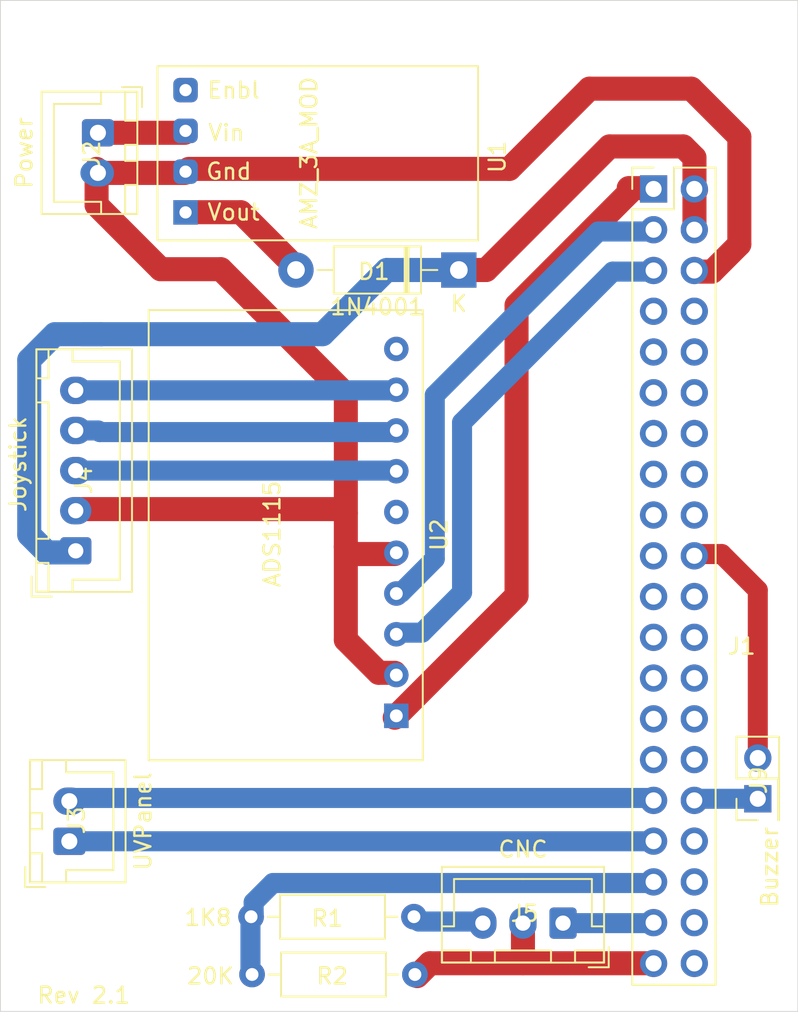
<source format=kicad_pcb>
(kicad_pcb (version 20171130) (host pcbnew "(5.1.8-0-10_14)")

  (general
    (thickness 1.6)
    (drawings 5)
    (tracks 126)
    (zones 0)
    (modules 11)
    (nets 41)
  )

  (page USLetter portrait)
  (layers
    (0 F.Cu signal)
    (1 In1.Cu power hide)
    (2 In2.Cu power hide)
    (31 B.Cu power)
    (32 B.Adhes user hide)
    (33 F.Adhes user hide)
    (34 B.Paste user hide)
    (35 F.Paste user hide)
    (36 B.SilkS user hide)
    (37 F.SilkS user)
    (38 B.Mask user hide)
    (39 F.Mask user hide)
    (40 Dwgs.User user hide)
    (41 Cmts.User user hide)
    (42 Eco1.User user hide)
    (43 Eco2.User user hide)
    (44 Edge.Cuts user)
    (45 Margin user hide)
    (46 B.CrtYd user hide)
    (47 F.CrtYd user hide)
    (48 B.Fab user hide)
    (49 F.Fab user hide)
  )

  (setup
    (last_trace_width 1.25)
    (user_trace_width 0.5)
    (user_trace_width 1)
    (user_trace_width 1.5)
    (user_trace_width 2)
    (trace_clearance 0.25)
    (zone_clearance 0.508)
    (zone_45_only no)
    (trace_min 0.2)
    (via_size 0.8)
    (via_drill 0.4)
    (via_min_size 0.4)
    (via_min_drill 0.3)
    (uvia_size 0.3)
    (uvia_drill 0.1)
    (uvias_allowed no)
    (uvia_min_size 0.2)
    (uvia_min_drill 0.1)
    (edge_width 0.05)
    (segment_width 0.2)
    (pcb_text_width 0.3)
    (pcb_text_size 1.5 1.5)
    (mod_edge_width 0.12)
    (mod_text_size 1 1)
    (mod_text_width 0.15)
    (pad_size 1.7 1.7)
    (pad_drill 1)
    (pad_to_mask_clearance 0)
    (aux_axis_origin 10.16 72.136)
    (grid_origin 10.16 72.136)
    (visible_elements FFFEF97F)
    (pcbplotparams
      (layerselection 0x010f0_fffffff9)
      (usegerberextensions false)
      (usegerberattributes true)
      (usegerberadvancedattributes true)
      (creategerberjobfile true)
      (excludeedgelayer true)
      (linewidth 0.100000)
      (plotframeref false)
      (viasonmask false)
      (mode 1)
      (useauxorigin true)
      (hpglpennumber 1)
      (hpglpenspeed 20)
      (hpglpendiameter 15.000000)
      (psnegative false)
      (psa4output false)
      (plotreference true)
      (plotvalue true)
      (plotinvisibletext false)
      (padsonsilk false)
      (subtractmaskfromsilk false)
      (outputformat 1)
      (mirror false)
      (drillshape 0)
      (scaleselection 1)
      (outputdirectory "../gbr/"))
  )

  (net 0 "")
  (net 1 GND)
  (net 2 +5V)
  (net 3 "Net-(J1-Pad40)")
  (net 4 "Net-(J1-Pad38)")
  (net 5 "Net-(J1-Pad36)")
  (net 6 "Net-(J1-Pad28)")
  (net 7 "Net-(J1-Pad27)")
  (net 8 "Net-(J1-Pad26)")
  (net 9 "Net-(J1-Pad24)")
  (net 10 "Net-(J1-Pad22)")
  (net 11 "Net-(J1-Pad18)")
  (net 12 "Net-(J1-Pad16)")
  (net 13 "Net-(J1-Pad12)")
  (net 14 "Net-(J1-Pad10)")
  (net 15 "Net-(J1-Pad7)")
  (net 16 "Net-(D1-Pad2)")
  (net 17 "Net-(U1-Pad4)")
  (net 18 +3V3)
  (net 19 LaserControl)
  (net 20 ZProbe3V3)
  (net 21 SCL)
  (net 22 SDA)
  (net 23 +24V)
  (net 24 ZProbeIn)
  (net 25 Buzzer)
  (net 26 JOYSTICK_SW)
  (net 27 JOYSTICK_Y)
  (net 28 JOYSTICK_X)
  (net 29 "Net-(U2-Pad10)")
  (net 30 "Net-(U2-Pad6)")
  (net 31 "Net-(J1-Pad29)")
  (net 32 "Net-(J1-Pad23)")
  (net 33 "Net-(J1-Pad21)")
  (net 34 "Net-(J1-Pad19)")
  (net 35 "Net-(J1-Pad15)")
  (net 36 "Net-(J1-Pad13)")
  (net 37 "Net-(J1-Pad11)")
  (net 38 UVSafe)
  (net 39 UVExpose)
  (net 40 "Net-(J1-Pad8)")

  (net_class Default "This is the default net class."
    (clearance 0.25)
    (trace_width 1.25)
    (via_dia 0.8)
    (via_drill 0.4)
    (uvia_dia 0.3)
    (uvia_drill 0.1)
    (add_net +24V)
    (add_net +3V3)
    (add_net +5V)
    (add_net Buzzer)
    (add_net GND)
    (add_net JOYSTICK_SW)
    (add_net JOYSTICK_X)
    (add_net JOYSTICK_Y)
    (add_net LaserControl)
    (add_net "Net-(D1-Pad2)")
    (add_net "Net-(J1-Pad10)")
    (add_net "Net-(J1-Pad11)")
    (add_net "Net-(J1-Pad12)")
    (add_net "Net-(J1-Pad13)")
    (add_net "Net-(J1-Pad15)")
    (add_net "Net-(J1-Pad16)")
    (add_net "Net-(J1-Pad18)")
    (add_net "Net-(J1-Pad19)")
    (add_net "Net-(J1-Pad21)")
    (add_net "Net-(J1-Pad22)")
    (add_net "Net-(J1-Pad23)")
    (add_net "Net-(J1-Pad24)")
    (add_net "Net-(J1-Pad26)")
    (add_net "Net-(J1-Pad27)")
    (add_net "Net-(J1-Pad28)")
    (add_net "Net-(J1-Pad29)")
    (add_net "Net-(J1-Pad36)")
    (add_net "Net-(J1-Pad38)")
    (add_net "Net-(J1-Pad40)")
    (add_net "Net-(J1-Pad7)")
    (add_net "Net-(J1-Pad8)")
    (add_net "Net-(U1-Pad4)")
    (add_net "Net-(U2-Pad10)")
    (add_net "Net-(U2-Pad6)")
    (add_net SCL)
    (add_net SDA)
    (add_net UVExpose)
    (add_net UVSafe)
    (add_net ZProbe3V3)
    (add_net ZProbeIn)
  )

  (net_class Power12 ""
    (clearance 0.25)
    (trace_width 2)
    (via_dia 0.8)
    (via_drill 0.4)
    (uvia_dia 0.3)
    (uvia_drill 0.1)
  )

  (net_class Power5 ""
    (clearance 0.25)
    (trace_width 1.25)
    (via_dia 0.8)
    (via_drill 0.4)
    (uvia_dia 0.3)
    (uvia_drill 0.1)
  )

  (module jkoz_custom:Adafruit_ADS1115_Module (layer F.Cu) (tedit 60A3D220) (tstamp 614A5A5C)
    (at 35.26 42.436 90)
    (path /614AA4F0)
    (fp_text reference U2 (at 0 2.262 90) (layer F.SilkS)
      (effects (font (size 1 1) (thickness 0.15)))
    )
    (fp_text value ADS1115 (at 0.05 -8.15 90) (layer F.SilkS)
      (effects (font (size 1 1) (thickness 0.15)))
    )
    (fp_line (start -14.05 1.25) (end -14.05 -15.85) (layer F.SilkS) (width 0.12))
    (fp_line (start 14 -15.85) (end -14.042 -15.85) (layer F.SilkS) (width 0.12))
    (fp_line (start 14 1.25) (end 14 -15.85) (layer F.SilkS) (width 0.12))
    (fp_line (start 14 1.25) (end -14.042 1.25) (layer F.SilkS) (width 0.12))
    (pad 10 thru_hole circle (at 11.58 -0.4 90) (size 1.524 1.524) (drill 0.8) (layers *.Cu *.Mask)
      (net 29 "Net-(U2-Pad10)"))
    (pad 9 thru_hole circle (at 9.04 -0.4 90) (size 1.524 1.524) (drill 0.8) (layers *.Cu *.Mask)
      (net 26 JOYSTICK_SW))
    (pad 8 thru_hole circle (at 6.5 -0.4 90) (size 1.524 1.524) (drill 0.8) (layers *.Cu *.Mask)
      (net 27 JOYSTICK_Y))
    (pad 7 thru_hole circle (at 3.96 -0.4 90) (size 1.524 1.524) (drill 0.8) (layers *.Cu *.Mask)
      (net 28 JOYSTICK_X))
    (pad 6 thru_hole circle (at 1.42 -0.4 90) (size 1.524 1.524) (drill 0.8) (layers *.Cu *.Mask)
      (net 30 "Net-(U2-Pad6)"))
    (pad 5 thru_hole circle (at -1.12 -0.4 90) (size 1.524 1.524) (drill 0.8) (layers *.Cu *.Mask)
      (net 1 GND))
    (pad 4 thru_hole circle (at -3.66 -0.4 90) (size 1.524 1.524) (drill 0.8) (layers *.Cu *.Mask)
      (net 22 SDA))
    (pad 3 thru_hole circle (at -6.2 -0.4 90) (size 1.524 1.524) (drill 0.8) (layers *.Cu *.Mask)
      (net 21 SCL))
    (pad 2 thru_hole circle (at -8.74 -0.4 90) (size 1.524 1.524) (drill 0.8) (layers *.Cu *.Mask)
      (net 1 GND))
    (pad 1 thru_hole rect (at -11.28 -0.4 90) (size 1.524 1.524) (drill 0.8) (layers *.Cu *.Mask)
      (net 18 +3V3))
  )

  (module Connector_JST:JST_XH_B5B-XH-A_1x05_P2.50mm_Vertical (layer F.Cu) (tedit 5C28146C) (tstamp 614A631C)
    (at 14.86 43.436 90)
    (descr "JST XH series connector, B5B-XH-A (http://www.jst-mfg.com/product/pdf/eng/eXH.pdf), generated with kicad-footprint-generator")
    (tags "connector JST XH vertical")
    (path /614AB5E4)
    (fp_text reference J4 (at 4.4 0.5 90) (layer F.SilkS)
      (effects (font (size 1 1) (thickness 0.15)))
    )
    (fp_text value Joystick (at 5.4 -3.6 90) (layer F.SilkS)
      (effects (font (size 1 1) (thickness 0.15)))
    )
    (fp_line (start -2.45 -2.35) (end -2.45 3.4) (layer F.Fab) (width 0.1))
    (fp_line (start -2.45 3.4) (end 12.45 3.4) (layer F.Fab) (width 0.1))
    (fp_line (start 12.45 3.4) (end 12.45 -2.35) (layer F.Fab) (width 0.1))
    (fp_line (start 12.45 -2.35) (end -2.45 -2.35) (layer F.Fab) (width 0.1))
    (fp_line (start -2.56 -2.46) (end -2.56 3.51) (layer F.SilkS) (width 0.12))
    (fp_line (start -2.56 3.51) (end 12.56 3.51) (layer F.SilkS) (width 0.12))
    (fp_line (start 12.56 3.51) (end 12.56 -2.46) (layer F.SilkS) (width 0.12))
    (fp_line (start 12.56 -2.46) (end -2.56 -2.46) (layer F.SilkS) (width 0.12))
    (fp_line (start -2.95 -2.85) (end -2.95 3.9) (layer F.CrtYd) (width 0.05))
    (fp_line (start -2.95 3.9) (end 12.95 3.9) (layer F.CrtYd) (width 0.05))
    (fp_line (start 12.95 3.9) (end 12.95 -2.85) (layer F.CrtYd) (width 0.05))
    (fp_line (start 12.95 -2.85) (end -2.95 -2.85) (layer F.CrtYd) (width 0.05))
    (fp_line (start -0.625 -2.35) (end 0 -1.35) (layer F.Fab) (width 0.1))
    (fp_line (start 0 -1.35) (end 0.625 -2.35) (layer F.Fab) (width 0.1))
    (fp_line (start 0.75 -2.45) (end 0.75 -1.7) (layer F.SilkS) (width 0.12))
    (fp_line (start 0.75 -1.7) (end 9.25 -1.7) (layer F.SilkS) (width 0.12))
    (fp_line (start 9.25 -1.7) (end 9.25 -2.45) (layer F.SilkS) (width 0.12))
    (fp_line (start 9.25 -2.45) (end 0.75 -2.45) (layer F.SilkS) (width 0.12))
    (fp_line (start -2.55 -2.45) (end -2.55 -1.7) (layer F.SilkS) (width 0.12))
    (fp_line (start -2.55 -1.7) (end -0.75 -1.7) (layer F.SilkS) (width 0.12))
    (fp_line (start -0.75 -1.7) (end -0.75 -2.45) (layer F.SilkS) (width 0.12))
    (fp_line (start -0.75 -2.45) (end -2.55 -2.45) (layer F.SilkS) (width 0.12))
    (fp_line (start 10.75 -2.45) (end 10.75 -1.7) (layer F.SilkS) (width 0.12))
    (fp_line (start 10.75 -1.7) (end 12.55 -1.7) (layer F.SilkS) (width 0.12))
    (fp_line (start 12.55 -1.7) (end 12.55 -2.45) (layer F.SilkS) (width 0.12))
    (fp_line (start 12.55 -2.45) (end 10.75 -2.45) (layer F.SilkS) (width 0.12))
    (fp_line (start -2.55 -0.2) (end -1.8 -0.2) (layer F.SilkS) (width 0.12))
    (fp_line (start -1.8 -0.2) (end -1.8 2.75) (layer F.SilkS) (width 0.12))
    (fp_line (start -1.8 2.75) (end 5 2.75) (layer F.SilkS) (width 0.12))
    (fp_line (start 12.55 -0.2) (end 11.8 -0.2) (layer F.SilkS) (width 0.12))
    (fp_line (start 11.8 -0.2) (end 11.8 2.75) (layer F.SilkS) (width 0.12))
    (fp_line (start 11.8 2.75) (end 5 2.75) (layer F.SilkS) (width 0.12))
    (fp_line (start -1.6 -2.75) (end -2.85 -2.75) (layer F.SilkS) (width 0.12))
    (fp_line (start -2.85 -2.75) (end -2.85 -1.5) (layer F.SilkS) (width 0.12))
    (fp_text user %R (at 5 2.7 90) (layer F.Fab)
      (effects (font (size 1 1) (thickness 0.15)))
    )
    (pad 5 thru_hole oval (at 10 0 90) (size 1.7 1.95) (drill 0.95) (layers *.Cu *.Mask)
      (net 26 JOYSTICK_SW))
    (pad 4 thru_hole oval (at 7.5 0 90) (size 1.7 1.95) (drill 0.95) (layers *.Cu *.Mask)
      (net 27 JOYSTICK_Y))
    (pad 3 thru_hole oval (at 5 0 90) (size 1.7 1.95) (drill 0.95) (layers *.Cu *.Mask)
      (net 28 JOYSTICK_X))
    (pad 2 thru_hole oval (at 2.5 0 90) (size 1.7 1.95) (drill 0.95) (layers *.Cu *.Mask)
      (net 1 GND))
    (pad 1 thru_hole roundrect (at 0 0 90) (size 1.7 1.95) (drill 0.95) (layers *.Cu *.Mask) (roundrect_rratio 0.1470588235294118)
      (net 2 +5V))
    (model ${KISYS3DMOD}/Connector_JST.3dshapes/JST_XH_B5B-XH-A_1x05_P2.50mm_Vertical.wrl
      (at (xyz 0 0 0))
      (scale (xyz 1 1 1))
      (rotate (xyz 0 0 0))
    )
  )

  (module Connector_PinHeader_2.54mm:PinHeader_2x01_P2.54mm_Vertical (layer F.Cu) (tedit 59FED5CC) (tstamp 60A967D9)
    (at 57.41 58.886 90)
    (descr "Through hole straight pin header, 2x01, 2.54mm pitch, double rows")
    (tags "Through hole pin header THT 2x01 2.54mm double row")
    (path /60AA1528)
    (fp_text reference J9 (at 1.15 0.05 90) (layer F.SilkS)
      (effects (font (size 1 1) (thickness 0.15)))
    )
    (fp_text value Buzzer (at -4.25 0.75 90) (layer F.SilkS)
      (effects (font (size 1 1) (thickness 0.15)))
    )
    (fp_line (start 4.35 -1.8) (end -1.8 -1.8) (layer F.CrtYd) (width 0.05))
    (fp_line (start 4.35 1.8) (end 4.35 -1.8) (layer F.CrtYd) (width 0.05))
    (fp_line (start -1.8 1.8) (end 4.35 1.8) (layer F.CrtYd) (width 0.05))
    (fp_line (start -1.8 -1.8) (end -1.8 1.8) (layer F.CrtYd) (width 0.05))
    (fp_line (start -1.33 -1.33) (end 0 -1.33) (layer F.SilkS) (width 0.12))
    (fp_line (start -1.33 0) (end -1.33 -1.33) (layer F.SilkS) (width 0.12))
    (fp_line (start 1.27 -1.33) (end 3.87 -1.33) (layer F.SilkS) (width 0.12))
    (fp_line (start 1.27 1.27) (end 1.27 -1.33) (layer F.SilkS) (width 0.12))
    (fp_line (start -1.33 1.27) (end 1.27 1.27) (layer F.SilkS) (width 0.12))
    (fp_line (start 3.87 -1.33) (end 3.87 1.33) (layer F.SilkS) (width 0.12))
    (fp_line (start -1.33 1.27) (end -1.33 1.33) (layer F.SilkS) (width 0.12))
    (fp_line (start -1.33 1.33) (end 3.87 1.33) (layer F.SilkS) (width 0.12))
    (fp_line (start -1.27 0) (end 0 -1.27) (layer F.Fab) (width 0.1))
    (fp_line (start -1.27 1.27) (end -1.27 0) (layer F.Fab) (width 0.1))
    (fp_line (start 3.81 1.27) (end -1.27 1.27) (layer F.Fab) (width 0.1))
    (fp_line (start 3.81 -1.27) (end 3.81 1.27) (layer F.Fab) (width 0.1))
    (fp_line (start 0 -1.27) (end 3.81 -1.27) (layer F.Fab) (width 0.1))
    (fp_text user %R (at 1.27 0) (layer F.Fab)
      (effects (font (size 1 1) (thickness 0.15)))
    )
    (pad 2 thru_hole oval (at 2.54 0 90) (size 1.7 1.7) (drill 1) (layers *.Cu *.Mask)
      (net 1 GND))
    (pad 1 thru_hole rect (at 0 0 90) (size 1.7 1.7) (drill 1) (layers *.Cu *.Mask)
      (net 25 Buzzer))
    (model ${KISYS3DMOD}/Connector_PinHeader_2.54mm.3dshapes/PinHeader_2x01_P2.54mm_Vertical.wrl
      (at (xyz 0 0 0))
      (scale (xyz 1 1 1))
      (rotate (xyz 0 0 0))
    )
  )

  (module Resistor_THT:R_Axial_DIN0207_L6.3mm_D2.5mm_P10.16mm_Horizontal (layer F.Cu) (tedit 5AE5139B) (tstamp 615B40EC)
    (at 25.86 69.836)
    (descr "Resistor, Axial_DIN0207 series, Axial, Horizontal, pin pitch=10.16mm, 0.25W = 1/4W, length*diameter=6.3*2.5mm^2, http://cdn-reichelt.de/documents/datenblatt/B400/1_4W%23YAG.pdf")
    (tags "Resistor Axial_DIN0207 series Axial Horizontal pin pitch 10.16mm 0.25W = 1/4W length 6.3mm diameter 2.5mm")
    (path /60A42846)
    (fp_text reference R2 (at 5 0.1) (layer F.SilkS)
      (effects (font (size 1 1) (thickness 0.15)))
    )
    (fp_text value 20K (at -2.6 0.1) (layer F.SilkS)
      (effects (font (size 1 1) (thickness 0.15)))
    )
    (fp_line (start 1.93 -1.25) (end 1.93 1.25) (layer F.Fab) (width 0.1))
    (fp_line (start 1.93 1.25) (end 8.23 1.25) (layer F.Fab) (width 0.1))
    (fp_line (start 8.23 1.25) (end 8.23 -1.25) (layer F.Fab) (width 0.1))
    (fp_line (start 8.23 -1.25) (end 1.93 -1.25) (layer F.Fab) (width 0.1))
    (fp_line (start 0 0) (end 1.93 0) (layer F.Fab) (width 0.1))
    (fp_line (start 10.16 0) (end 8.23 0) (layer F.Fab) (width 0.1))
    (fp_line (start 1.81 -1.37) (end 1.81 1.37) (layer F.SilkS) (width 0.12))
    (fp_line (start 1.81 1.37) (end 8.35 1.37) (layer F.SilkS) (width 0.12))
    (fp_line (start 8.35 1.37) (end 8.35 -1.37) (layer F.SilkS) (width 0.12))
    (fp_line (start 8.35 -1.37) (end 1.81 -1.37) (layer F.SilkS) (width 0.12))
    (fp_line (start 1.04 0) (end 1.81 0) (layer F.SilkS) (width 0.12))
    (fp_line (start 9.12 0) (end 8.35 0) (layer F.SilkS) (width 0.12))
    (fp_line (start -1.05 -1.5) (end -1.05 1.5) (layer F.CrtYd) (width 0.05))
    (fp_line (start -1.05 1.5) (end 11.21 1.5) (layer F.CrtYd) (width 0.05))
    (fp_line (start 11.21 1.5) (end 11.21 -1.5) (layer F.CrtYd) (width 0.05))
    (fp_line (start 11.21 -1.5) (end -1.05 -1.5) (layer F.CrtYd) (width 0.05))
    (fp_text user %R (at 5.25 2.25) (layer F.Fab)
      (effects (font (size 1 1) (thickness 0.15)))
    )
    (pad 2 thru_hole oval (at 10.16 0) (size 1.6 1.6) (drill 0.8) (layers *.Cu *.Mask)
      (net 1 GND))
    (pad 1 thru_hole circle (at 0 0) (size 1.6 1.6) (drill 0.8) (layers *.Cu *.Mask)
      (net 20 ZProbe3V3))
    (model ${KISYS3DMOD}/Resistor_THT.3dshapes/R_Axial_DIN0207_L6.3mm_D2.5mm_P10.16mm_Horizontal.wrl
      (at (xyz 0 0 0))
      (scale (xyz 1 1 1))
      (rotate (xyz 0 0 0))
    )
  )

  (module Resistor_THT:R_Axial_DIN0207_L6.3mm_D2.5mm_P10.16mm_Horizontal (layer F.Cu) (tedit 5AE5139B) (tstamp 615B4345)
    (at 35.96 66.236 180)
    (descr "Resistor, Axial_DIN0207 series, Axial, Horizontal, pin pitch=10.16mm, 0.25W = 1/4W, length*diameter=6.3*2.5mm^2, http://cdn-reichelt.de/documents/datenblatt/B400/1_4W%23YAG.pdf")
    (tags "Resistor Axial_DIN0207 series Axial Horizontal pin pitch 10.16mm 0.25W = 1/4W length 6.3mm diameter 2.5mm")
    (path /60A41BEC)
    (fp_text reference R1 (at 5.4 -0.1) (layer F.SilkS)
      (effects (font (size 1 1) (thickness 0.15)))
    )
    (fp_text value 1K8 (at 12.85 -0.05) (layer F.SilkS)
      (effects (font (size 1 1) (thickness 0.15)))
    )
    (fp_line (start 1.93 -1.25) (end 1.93 1.25) (layer F.Fab) (width 0.1))
    (fp_line (start 1.93 1.25) (end 8.23 1.25) (layer F.Fab) (width 0.1))
    (fp_line (start 8.23 1.25) (end 8.23 -1.25) (layer F.Fab) (width 0.1))
    (fp_line (start 8.23 -1.25) (end 1.93 -1.25) (layer F.Fab) (width 0.1))
    (fp_line (start 0 0) (end 1.93 0) (layer F.Fab) (width 0.1))
    (fp_line (start 10.16 0) (end 8.23 0) (layer F.Fab) (width 0.1))
    (fp_line (start 1.81 -1.37) (end 1.81 1.37) (layer F.SilkS) (width 0.12))
    (fp_line (start 1.81 1.37) (end 8.35 1.37) (layer F.SilkS) (width 0.12))
    (fp_line (start 8.35 1.37) (end 8.35 -1.37) (layer F.SilkS) (width 0.12))
    (fp_line (start 8.35 -1.37) (end 1.81 -1.37) (layer F.SilkS) (width 0.12))
    (fp_line (start 1.04 0) (end 1.81 0) (layer F.SilkS) (width 0.12))
    (fp_line (start 9.12 0) (end 8.35 0) (layer F.SilkS) (width 0.12))
    (fp_line (start -1.05 -1.5) (end -1.05 1.5) (layer F.CrtYd) (width 0.05))
    (fp_line (start -1.05 1.5) (end 11.21 1.5) (layer F.CrtYd) (width 0.05))
    (fp_line (start 11.21 1.5) (end 11.21 -1.5) (layer F.CrtYd) (width 0.05))
    (fp_line (start 11.21 -1.5) (end -1.05 -1.5) (layer F.CrtYd) (width 0.05))
    (fp_text user %R (at 5.25 2.25) (layer F.Fab)
      (effects (font (size 1 1) (thickness 0.15)))
    )
    (pad 2 thru_hole oval (at 10.16 0 180) (size 1.6 1.6) (drill 0.8) (layers *.Cu *.Mask)
      (net 20 ZProbe3V3))
    (pad 1 thru_hole circle (at 0 0 180) (size 1.6 1.6) (drill 0.8) (layers *.Cu *.Mask)
      (net 24 ZProbeIn))
    (model ${KISYS3DMOD}/Resistor_THT.3dshapes/R_Axial_DIN0207_L6.3mm_D2.5mm_P10.16mm_Horizontal.wrl
      (at (xyz 0 0 0))
      (scale (xyz 1 1 1))
      (rotate (xyz 0 0 0))
    )
  )

  (module Connector_JST:JST_XH_B3B-XH-A_1x03_P2.50mm_Vertical (layer F.Cu) (tedit 5C28146C) (tstamp 60A32026)
    (at 45.26 66.636 180)
    (descr "JST XH series connector, B3B-XH-A (http://www.jst-mfg.com/product/pdf/eng/eXH.pdf), generated with kicad-footprint-generator")
    (tags "connector JST XH vertical")
    (path /60A35B49)
    (fp_text reference J5 (at 2.4 0.6) (layer F.SilkS)
      (effects (font (size 1 1) (thickness 0.15)))
    )
    (fp_text value CNC (at 2.5 4.6) (layer F.SilkS)
      (effects (font (size 1 1) (thickness 0.15)))
    )
    (fp_line (start -2.45 -2.35) (end -2.45 3.4) (layer F.Fab) (width 0.1))
    (fp_line (start -2.45 3.4) (end 7.45 3.4) (layer F.Fab) (width 0.1))
    (fp_line (start 7.45 3.4) (end 7.45 -2.35) (layer F.Fab) (width 0.1))
    (fp_line (start 7.45 -2.35) (end -2.45 -2.35) (layer F.Fab) (width 0.1))
    (fp_line (start -2.56 -2.46) (end -2.56 3.51) (layer F.SilkS) (width 0.12))
    (fp_line (start -2.56 3.51) (end 7.56 3.51) (layer F.SilkS) (width 0.12))
    (fp_line (start 7.56 3.51) (end 7.56 -2.46) (layer F.SilkS) (width 0.12))
    (fp_line (start 7.56 -2.46) (end -2.56 -2.46) (layer F.SilkS) (width 0.12))
    (fp_line (start -2.95 -2.85) (end -2.95 3.9) (layer F.CrtYd) (width 0.05))
    (fp_line (start -2.95 3.9) (end 7.95 3.9) (layer F.CrtYd) (width 0.05))
    (fp_line (start 7.95 3.9) (end 7.95 -2.85) (layer F.CrtYd) (width 0.05))
    (fp_line (start 7.95 -2.85) (end -2.95 -2.85) (layer F.CrtYd) (width 0.05))
    (fp_line (start -0.625 -2.35) (end 0 -1.35) (layer F.Fab) (width 0.1))
    (fp_line (start 0 -1.35) (end 0.625 -2.35) (layer F.Fab) (width 0.1))
    (fp_line (start 0.75 -2.45) (end 0.75 -1.7) (layer F.SilkS) (width 0.12))
    (fp_line (start 0.75 -1.7) (end 4.25 -1.7) (layer F.SilkS) (width 0.12))
    (fp_line (start 4.25 -1.7) (end 4.25 -2.45) (layer F.SilkS) (width 0.12))
    (fp_line (start 4.25 -2.45) (end 0.75 -2.45) (layer F.SilkS) (width 0.12))
    (fp_line (start -2.55 -2.45) (end -2.55 -1.7) (layer F.SilkS) (width 0.12))
    (fp_line (start -2.55 -1.7) (end -0.75 -1.7) (layer F.SilkS) (width 0.12))
    (fp_line (start -0.75 -1.7) (end -0.75 -2.45) (layer F.SilkS) (width 0.12))
    (fp_line (start -0.75 -2.45) (end -2.55 -2.45) (layer F.SilkS) (width 0.12))
    (fp_line (start 5.75 -2.45) (end 5.75 -1.7) (layer F.SilkS) (width 0.12))
    (fp_line (start 5.75 -1.7) (end 7.55 -1.7) (layer F.SilkS) (width 0.12))
    (fp_line (start 7.55 -1.7) (end 7.55 -2.45) (layer F.SilkS) (width 0.12))
    (fp_line (start 7.55 -2.45) (end 5.75 -2.45) (layer F.SilkS) (width 0.12))
    (fp_line (start -2.55 -0.2) (end -1.8 -0.2) (layer F.SilkS) (width 0.12))
    (fp_line (start -1.8 -0.2) (end -1.8 2.75) (layer F.SilkS) (width 0.12))
    (fp_line (start -1.8 2.75) (end 2.5 2.75) (layer F.SilkS) (width 0.12))
    (fp_line (start 7.55 -0.2) (end 6.8 -0.2) (layer F.SilkS) (width 0.12))
    (fp_line (start 6.8 -0.2) (end 6.8 2.75) (layer F.SilkS) (width 0.12))
    (fp_line (start 6.8 2.75) (end 2.5 2.75) (layer F.SilkS) (width 0.12))
    (fp_line (start -1.6 -2.75) (end -2.85 -2.75) (layer F.SilkS) (width 0.12))
    (fp_line (start -2.85 -2.75) (end -2.85 -1.5) (layer F.SilkS) (width 0.12))
    (fp_text user %R (at 2.5 2.7) (layer F.Fab)
      (effects (font (size 1 1) (thickness 0.15)))
    )
    (pad 3 thru_hole oval (at 5 0 180) (size 1.7 1.95) (drill 0.95) (layers *.Cu *.Mask)
      (net 24 ZProbeIn))
    (pad 2 thru_hole oval (at 2.5 0 180) (size 1.7 1.95) (drill 0.95) (layers *.Cu *.Mask)
      (net 1 GND))
    (pad 1 thru_hole roundrect (at 0 0 180) (size 1.7 1.95) (drill 0.95) (layers *.Cu *.Mask) (roundrect_rratio 0.1470588235294118)
      (net 19 LaserControl))
    (model ${KISYS3DMOD}/Connector_JST.3dshapes/JST_XH_B3B-XH-A_1x03_P2.50mm_Vertical.wrl
      (at (xyz 0 0 0))
      (scale (xyz 1 1 1))
      (rotate (xyz 0 0 0))
    )
  )

  (module pcb_etcher:PinSocket_2x20_P2.54mm_BacksideMount (layer F.Cu) (tedit 605671C0) (tstamp 60A31BD6)
    (at 50.91 20.886)
    (descr "Through hole straight pin header, 2x20, 2.54mm pitch, double rows")
    (tags "Through hole pin header THT 2x20 2.54mm double row")
    (path /603A8104)
    (fp_text reference J1 (at 5.5 28.5) (layer F.SilkS)
      (effects (font (size 1 1) (thickness 0.15)))
    )
    (fp_text value Raspberry_Pi_2_3 (at 5.75 43.5 90) (layer F.Fab)
      (effects (font (size 1 1) (thickness 0.15)))
    )
    (fp_line (start 0 -1.27) (end 3.81 -1.27) (layer F.Fab) (width 0.1))
    (fp_line (start 3.81 -1.27) (end 3.81 49.53) (layer F.Fab) (width 0.1))
    (fp_line (start 3.81 49.53) (end -1.27 49.53) (layer F.Fab) (width 0.1))
    (fp_line (start -1.27 49.53) (end -1.27 0) (layer F.Fab) (width 0.1))
    (fp_line (start -1.27 0) (end 0 -1.27) (layer F.Fab) (width 0.1))
    (fp_line (start -1.33 49.59) (end 3.87 49.59) (layer F.SilkS) (width 0.12))
    (fp_line (start -1.33 1.27) (end -1.33 49.59) (layer F.SilkS) (width 0.12))
    (fp_line (start 3.87 -1.33) (end 3.87 49.59) (layer F.SilkS) (width 0.12))
    (fp_line (start -1.33 1.27) (end 1.27 1.27) (layer F.SilkS) (width 0.12))
    (fp_line (start 1.27 1.27) (end 1.27 -1.33) (layer F.SilkS) (width 0.12))
    (fp_line (start 1.27 -1.33) (end 3.87 -1.33) (layer F.SilkS) (width 0.12))
    (fp_line (start -1.33 0) (end -1.33 -1.33) (layer F.SilkS) (width 0.12))
    (fp_line (start -1.33 -1.33) (end 0 -1.33) (layer F.SilkS) (width 0.12))
    (fp_line (start -1.8 -1.8) (end -1.8 50.05) (layer F.CrtYd) (width 0.05))
    (fp_line (start -1.8 50.05) (end 4.35 50.05) (layer F.CrtYd) (width 0.05))
    (fp_line (start 4.35 50.05) (end 4.35 -1.8) (layer F.CrtYd) (width 0.05))
    (fp_line (start 4.35 -1.8) (end -1.8 -1.8) (layer F.CrtYd) (width 0.05))
    (fp_text user J1 (at 1.27 24.13 90) (layer F.Fab) hide
      (effects (font (size 1 1) (thickness 0.15)))
    )
    (fp_text user %R (at 1.27 24.13 90) (layer F.Fab) hide
      (effects (font (size 1 1) (thickness 0.15)))
    )
    (pad 40 thru_hole oval (at 2.54 48.26) (size 1.7 1.7) (drill 1) (layers *.Cu *.Mask)
      (net 3 "Net-(J1-Pad40)"))
    (pad 39 thru_hole oval (at 0 48.26) (size 1.7 1.7) (drill 1) (layers *.Cu *.Mask)
      (net 1 GND))
    (pad 38 thru_hole oval (at 2.54 45.72) (size 1.7 1.7) (drill 1) (layers *.Cu *.Mask)
      (net 4 "Net-(J1-Pad38)"))
    (pad 37 thru_hole oval (at 0 45.72) (size 1.7 1.7) (drill 1) (layers *.Cu *.Mask)
      (net 19 LaserControl))
    (pad 36 thru_hole oval (at 2.54 43.18) (size 1.7 1.7) (drill 1) (layers *.Cu *.Mask)
      (net 5 "Net-(J1-Pad36)"))
    (pad 35 thru_hole oval (at 0 43.18) (size 1.7 1.7) (drill 1) (layers *.Cu *.Mask)
      (net 20 ZProbe3V3))
    (pad 34 thru_hole oval (at 2.54 40.64) (size 1.7 1.7) (drill 1) (layers *.Cu *.Mask)
      (net 1 GND))
    (pad 33 thru_hole oval (at 0 40.64) (size 1.7 1.7) (drill 1) (layers *.Cu *.Mask)
      (net 38 UVSafe))
    (pad 32 thru_hole oval (at 2.54 38.1) (size 1.7 1.7) (drill 1) (layers *.Cu *.Mask)
      (net 25 Buzzer))
    (pad 31 thru_hole oval (at 0 38.1) (size 1.7 1.7) (drill 1) (layers *.Cu *.Mask)
      (net 39 UVExpose))
    (pad 30 thru_hole oval (at 2.54 35.56) (size 1.7 1.7) (drill 1) (layers *.Cu *.Mask)
      (net 1 GND))
    (pad 29 thru_hole oval (at 0 35.56) (size 1.7 1.7) (drill 1) (layers *.Cu *.Mask)
      (net 31 "Net-(J1-Pad29)"))
    (pad 28 thru_hole oval (at 2.54 33.02) (size 1.7 1.7) (drill 1) (layers *.Cu *.Mask)
      (net 6 "Net-(J1-Pad28)"))
    (pad 27 thru_hole oval (at 0 33.02) (size 1.7 1.7) (drill 1) (layers *.Cu *.Mask)
      (net 7 "Net-(J1-Pad27)"))
    (pad 26 thru_hole oval (at 2.54 30.48) (size 1.7 1.7) (drill 1) (layers *.Cu *.Mask)
      (net 8 "Net-(J1-Pad26)"))
    (pad 25 thru_hole oval (at 0 30.48) (size 1.7 1.7) (drill 1) (layers *.Cu *.Mask)
      (net 1 GND))
    (pad 24 thru_hole oval (at 2.54 27.94) (size 1.7 1.7) (drill 1) (layers *.Cu *.Mask)
      (net 9 "Net-(J1-Pad24)"))
    (pad 23 thru_hole oval (at 0 27.94) (size 1.7 1.7) (drill 1) (layers *.Cu *.Mask)
      (net 32 "Net-(J1-Pad23)"))
    (pad 22 thru_hole oval (at 2.54 25.4) (size 1.7 1.7) (drill 1) (layers *.Cu *.Mask)
      (net 10 "Net-(J1-Pad22)"))
    (pad 21 thru_hole oval (at 0 25.4) (size 1.7 1.7) (drill 1) (layers *.Cu *.Mask)
      (net 33 "Net-(J1-Pad21)"))
    (pad 20 thru_hole oval (at 2.54 22.86) (size 1.7 1.7) (drill 1) (layers *.Cu *.Mask)
      (net 1 GND))
    (pad 19 thru_hole oval (at 0 22.86) (size 1.7 1.7) (drill 1) (layers *.Cu *.Mask)
      (net 34 "Net-(J1-Pad19)"))
    (pad 18 thru_hole oval (at 2.54 20.32) (size 1.7 1.7) (drill 1) (layers *.Cu *.Mask)
      (net 11 "Net-(J1-Pad18)"))
    (pad 17 thru_hole oval (at 0 20.32) (size 1.7 1.7) (drill 1) (layers *.Cu *.Mask)
      (net 18 +3V3))
    (pad 16 thru_hole oval (at 2.54 17.78) (size 1.7 1.7) (drill 1) (layers *.Cu *.Mask)
      (net 12 "Net-(J1-Pad16)"))
    (pad 15 thru_hole oval (at 0 17.78) (size 1.7 1.7) (drill 1) (layers *.Cu *.Mask)
      (net 35 "Net-(J1-Pad15)"))
    (pad 14 thru_hole oval (at 2.54 15.24) (size 1.7 1.7) (drill 1) (layers *.Cu *.Mask)
      (net 1 GND))
    (pad 13 thru_hole oval (at 0 15.24) (size 1.7 1.7) (drill 1) (layers *.Cu *.Mask)
      (net 36 "Net-(J1-Pad13)"))
    (pad 12 thru_hole oval (at 2.54 12.7) (size 1.7 1.7) (drill 1) (layers *.Cu *.Mask)
      (net 13 "Net-(J1-Pad12)"))
    (pad 11 thru_hole oval (at 0 12.7) (size 1.7 1.7) (drill 1) (layers *.Cu *.Mask)
      (net 37 "Net-(J1-Pad11)"))
    (pad 10 thru_hole oval (at 2.54 10.16) (size 1.7 1.7) (drill 1) (layers *.Cu *.Mask)
      (net 14 "Net-(J1-Pad10)"))
    (pad 9 thru_hole oval (at 0 10.16) (size 1.7 1.7) (drill 1) (layers *.Cu *.Mask)
      (net 1 GND))
    (pad 8 thru_hole oval (at 2.54 7.62) (size 1.7 1.7) (drill 1) (layers *.Cu *.Mask)
      (net 40 "Net-(J1-Pad8)"))
    (pad 7 thru_hole oval (at 0 7.62) (size 1.7 1.7) (drill 1) (layers *.Cu *.Mask)
      (net 15 "Net-(J1-Pad7)"))
    (pad 6 thru_hole oval (at 2.54 5.08) (size 1.7 1.7) (drill 1) (layers *.Cu *.Mask)
      (net 1 GND))
    (pad 5 thru_hole oval (at 0 5.08) (size 1.7 1.7) (drill 1) (layers *.Cu *.Mask)
      (net 21 SCL))
    (pad 4 thru_hole oval (at 2.54 2.54) (size 1.7 1.7) (drill 1) (layers *.Cu *.Mask)
      (net 2 +5V))
    (pad 3 thru_hole oval (at 0 2.54) (size 1.7 1.7) (drill 1) (layers *.Cu *.Mask)
      (net 22 SDA))
    (pad 2 thru_hole oval (at 2.54 0) (size 1.7 1.7) (drill 1) (layers *.Cu *.Mask)
      (net 2 +5V))
    (pad 1 thru_hole rect (at 0 0) (size 1.7 1.7) (drill 1) (layers *.Cu *.Mask)
      (net 18 +3V3))
    (model ${KISYS3DMOD}/Connector_PinHeader_2.54mm.3dshapes/PinHeader_2x20_P2.54mm_Vertical.wrl
      (at (xyz 0 0 0))
      (scale (xyz 1 1 1))
      (rotate (xyz 0 0 0))
    )
  )

  (module Connector_JST:JST_XH_B2B-XH-A_1x02_P2.50mm_Vertical (layer F.Cu) (tedit 5C28146C) (tstamp 60A31E30)
    (at 14.46 61.536 90)
    (descr "JST XH series connector, B2B-XH-A (http://www.jst-mfg.com/product/pdf/eng/eXH.pdf), generated with kicad-footprint-generator")
    (tags "connector JST XH vertical")
    (path /614A40F2)
    (fp_text reference J3 (at 1.3 0.45 90) (layer F.SilkS)
      (effects (font (size 1 1) (thickness 0.15)))
    )
    (fp_text value UVPanel (at 1.25 4.6 90) (layer F.SilkS)
      (effects (font (size 1 1) (thickness 0.15)))
    )
    (fp_line (start -2.85 -2.75) (end -2.85 -1.5) (layer F.SilkS) (width 0.12))
    (fp_line (start -1.6 -2.75) (end -2.85 -2.75) (layer F.SilkS) (width 0.12))
    (fp_line (start 4.3 2.75) (end 1.25 2.75) (layer F.SilkS) (width 0.12))
    (fp_line (start 4.3 -0.2) (end 4.3 2.75) (layer F.SilkS) (width 0.12))
    (fp_line (start 5.05 -0.2) (end 4.3 -0.2) (layer F.SilkS) (width 0.12))
    (fp_line (start -1.8 2.75) (end 1.25 2.75) (layer F.SilkS) (width 0.12))
    (fp_line (start -1.8 -0.2) (end -1.8 2.75) (layer F.SilkS) (width 0.12))
    (fp_line (start -2.55 -0.2) (end -1.8 -0.2) (layer F.SilkS) (width 0.12))
    (fp_line (start 5.05 -2.45) (end 3.25 -2.45) (layer F.SilkS) (width 0.12))
    (fp_line (start 5.05 -1.7) (end 5.05 -2.45) (layer F.SilkS) (width 0.12))
    (fp_line (start 3.25 -1.7) (end 5.05 -1.7) (layer F.SilkS) (width 0.12))
    (fp_line (start 3.25 -2.45) (end 3.25 -1.7) (layer F.SilkS) (width 0.12))
    (fp_line (start -0.75 -2.45) (end -2.55 -2.45) (layer F.SilkS) (width 0.12))
    (fp_line (start -0.75 -1.7) (end -0.75 -2.45) (layer F.SilkS) (width 0.12))
    (fp_line (start -2.55 -1.7) (end -0.75 -1.7) (layer F.SilkS) (width 0.12))
    (fp_line (start -2.55 -2.45) (end -2.55 -1.7) (layer F.SilkS) (width 0.12))
    (fp_line (start 1.75 -2.45) (end 0.75 -2.45) (layer F.SilkS) (width 0.12))
    (fp_line (start 1.75 -1.7) (end 1.75 -2.45) (layer F.SilkS) (width 0.12))
    (fp_line (start 0.75 -1.7) (end 1.75 -1.7) (layer F.SilkS) (width 0.12))
    (fp_line (start 0.75 -2.45) (end 0.75 -1.7) (layer F.SilkS) (width 0.12))
    (fp_line (start 0 -1.35) (end 0.625 -2.35) (layer F.Fab) (width 0.1))
    (fp_line (start -0.625 -2.35) (end 0 -1.35) (layer F.Fab) (width 0.1))
    (fp_line (start 5.45 -2.85) (end -2.95 -2.85) (layer F.CrtYd) (width 0.05))
    (fp_line (start 5.45 3.9) (end 5.45 -2.85) (layer F.CrtYd) (width 0.05))
    (fp_line (start -2.95 3.9) (end 5.45 3.9) (layer F.CrtYd) (width 0.05))
    (fp_line (start -2.95 -2.85) (end -2.95 3.9) (layer F.CrtYd) (width 0.05))
    (fp_line (start 5.06 -2.46) (end -2.56 -2.46) (layer F.SilkS) (width 0.12))
    (fp_line (start 5.06 3.51) (end 5.06 -2.46) (layer F.SilkS) (width 0.12))
    (fp_line (start -2.56 3.51) (end 5.06 3.51) (layer F.SilkS) (width 0.12))
    (fp_line (start -2.56 -2.46) (end -2.56 3.51) (layer F.SilkS) (width 0.12))
    (fp_line (start 4.95 -2.35) (end -2.45 -2.35) (layer F.Fab) (width 0.1))
    (fp_line (start 4.95 3.4) (end 4.95 -2.35) (layer F.Fab) (width 0.1))
    (fp_line (start -2.45 3.4) (end 4.95 3.4) (layer F.Fab) (width 0.1))
    (fp_line (start -2.45 -2.35) (end -2.45 3.4) (layer F.Fab) (width 0.1))
    (fp_text user %R (at 1.25 2.7 90) (layer F.Fab)
      (effects (font (size 1 1) (thickness 0.15)))
    )
    (pad 2 thru_hole oval (at 2.5 0 90) (size 1.7 2) (drill 1) (layers *.Cu *.Mask)
      (net 39 UVExpose))
    (pad 1 thru_hole roundrect (at 0 0 90) (size 1.7 2) (drill 1) (layers *.Cu *.Mask) (roundrect_rratio 0.1470588235294118)
      (net 38 UVSafe))
    (model ${KISYS3DMOD}/Connector_JST.3dshapes/JST_XH_B2B-XH-A_1x02_P2.50mm_Vertical.wrl
      (at (xyz 0 0 0))
      (scale (xyz 1 1 1))
      (rotate (xyz 0 0 0))
    )
  )

  (module jkoz_custom:Amazon_3A_Power_Module (layer F.Cu) (tedit 6041531D) (tstamp 60A31CD9)
    (at 29.66 18.636 90)
    (path /60426F45)
    (fp_text reference U1 (at -0.25 11.5 90) (layer F.SilkS)
      (effects (font (size 1 1) (thickness 0.15)))
    )
    (fp_text value AMZ_3A_MOD (at 0 -0.25 90) (layer F.SilkS)
      (effects (font (size 1 1) (thickness 0.15)))
    )
    (fp_line (start -5.45 10.3) (end -5.45 -9.7) (layer F.SilkS) (width 0.12))
    (fp_line (start 5.4 10.3) (end -5.45 10.3) (layer F.SilkS) (width 0.12))
    (fp_line (start 5.4 -9.7) (end 5.4 10.3) (layer F.SilkS) (width 0.12))
    (fp_line (start -5.45 -9.7) (end 5.4 -9.7) (layer F.SilkS) (width 0.12))
    (fp_text user Enbl (at 3.9 -4.95) (layer F.SilkS)
      (effects (font (size 1 1) (thickness 0.15)))
    )
    (fp_text user Vin (at 1.25 -5.4) (layer F.SilkS)
      (effects (font (size 1 1) (thickness 0.15)))
    )
    (fp_text user Gnd (at -1.15 -5.25) (layer F.SilkS)
      (effects (font (size 1 1) (thickness 0.15)))
    )
    (fp_text user Vout (at -3.7 -4.95) (layer F.SilkS)
      (effects (font (size 1 1) (thickness 0.15)))
    )
    (pad 4 thru_hole roundrect (at 3.91 -7.95 90) (size 1.524 1.524) (drill 0.762) (layers *.Cu *.Mask) (roundrect_rratio 0.25)
      (net 17 "Net-(U1-Pad4)"))
    (pad 3 thru_hole roundrect (at 1.37 -7.95 90) (size 1.524 1.524) (drill 0.762) (layers *.Cu *.Mask) (roundrect_rratio 0.25)
      (net 23 +24V))
    (pad 2 thru_hole roundrect (at -1.17 -7.95 90) (size 1.524 1.524) (drill 0.762) (layers *.Cu *.Mask) (roundrect_rratio 0.25)
      (net 1 GND))
    (pad 1 thru_hole rect (at -3.71 -7.95 90) (size 1.524 1.524) (drill 0.762) (layers *.Cu *.Mask)
      (net 16 "Net-(D1-Pad2)"))
  )

  (module Diode_THT:D_DO-41_SOD81_P10.16mm_Horizontal (layer F.Cu) (tedit 5AE50CD5) (tstamp 614A2EAC)
    (at 38.76 25.936 180)
    (descr "Diode, DO-41_SOD81 series, Axial, Horizontal, pin pitch=10.16mm, , length*diameter=5.2*2.7mm^2, , http://www.diodes.com/_files/packages/DO-41%20(Plastic).pdf")
    (tags "Diode DO-41_SOD81 series Axial Horizontal pin pitch 10.16mm  length 5.2mm diameter 2.7mm")
    (path /5FD171A4)
    (fp_text reference D1 (at 5.3 -0.1) (layer F.SilkS)
      (effects (font (size 1 1) (thickness 0.15)))
    )
    (fp_text value 1N4001 (at 5.1 -2.3) (layer F.SilkS)
      (effects (font (size 1 1) (thickness 0.15)))
    )
    (fp_line (start 11.51 -1.6) (end -1.35 -1.6) (layer F.CrtYd) (width 0.05))
    (fp_line (start 11.51 1.6) (end 11.51 -1.6) (layer F.CrtYd) (width 0.05))
    (fp_line (start -1.35 1.6) (end 11.51 1.6) (layer F.CrtYd) (width 0.05))
    (fp_line (start -1.35 -1.6) (end -1.35 1.6) (layer F.CrtYd) (width 0.05))
    (fp_line (start 3.14 -1.47) (end 3.14 1.47) (layer F.SilkS) (width 0.12))
    (fp_line (start 3.38 -1.47) (end 3.38 1.47) (layer F.SilkS) (width 0.12))
    (fp_line (start 3.26 -1.47) (end 3.26 1.47) (layer F.SilkS) (width 0.12))
    (fp_line (start 8.82 0) (end 7.8 0) (layer F.SilkS) (width 0.12))
    (fp_line (start 1.34 0) (end 2.36 0) (layer F.SilkS) (width 0.12))
    (fp_line (start 7.8 -1.47) (end 2.36 -1.47) (layer F.SilkS) (width 0.12))
    (fp_line (start 7.8 1.47) (end 7.8 -1.47) (layer F.SilkS) (width 0.12))
    (fp_line (start 2.36 1.47) (end 7.8 1.47) (layer F.SilkS) (width 0.12))
    (fp_line (start 2.36 -1.47) (end 2.36 1.47) (layer F.SilkS) (width 0.12))
    (fp_line (start 3.16 -1.35) (end 3.16 1.35) (layer F.Fab) (width 0.1))
    (fp_line (start 3.36 -1.35) (end 3.36 1.35) (layer F.Fab) (width 0.1))
    (fp_line (start 3.26 -1.35) (end 3.26 1.35) (layer F.Fab) (width 0.1))
    (fp_line (start 10.16 0) (end 7.68 0) (layer F.Fab) (width 0.1))
    (fp_line (start 0 0) (end 2.48 0) (layer F.Fab) (width 0.1))
    (fp_line (start 7.68 -1.35) (end 2.48 -1.35) (layer F.Fab) (width 0.1))
    (fp_line (start 7.68 1.35) (end 7.68 -1.35) (layer F.Fab) (width 0.1))
    (fp_line (start 2.48 1.35) (end 7.68 1.35) (layer F.Fab) (width 0.1))
    (fp_line (start 2.48 -1.35) (end 2.48 1.35) (layer F.Fab) (width 0.1))
    (fp_text user K (at 0 -2.1) (layer F.SilkS)
      (effects (font (size 1 1) (thickness 0.15)))
    )
    (fp_text user K (at 0 -2.1) (layer F.Fab)
      (effects (font (size 1 1) (thickness 0.15)))
    )
    (fp_text user %R (at 5.5 2.25) (layer F.Fab)
      (effects (font (size 1 1) (thickness 0.15)))
    )
    (pad 2 thru_hole oval (at 10.16 0 180) (size 2.2 2.2) (drill 1.1) (layers *.Cu *.Mask)
      (net 16 "Net-(D1-Pad2)"))
    (pad 1 thru_hole rect (at 0 0 180) (size 2.2 2.2) (drill 1.1) (layers *.Cu *.Mask)
      (net 2 +5V))
    (model ${KISYS3DMOD}/Diode_THT.3dshapes/D_DO-41_SOD81_P10.16mm_Horizontal.wrl
      (at (xyz 0 0 0))
      (scale (xyz 1 1 1))
      (rotate (xyz 0 0 0))
    )
  )

  (module Connector_JST:JST_XH_B2B-XH-A_1x02_P2.50mm_Vertical (layer F.Cu) (tedit 5C28146C) (tstamp 60A31C7A)
    (at 16.244 17.386 270)
    (descr "JST XH series connector, B2B-XH-A (http://www.jst-mfg.com/product/pdf/eng/eXH.pdf), generated with kicad-footprint-generator")
    (tags "connector JST XH vertical")
    (path /603B31A5)
    (fp_text reference J2 (at 1.35 0.384 90) (layer F.SilkS)
      (effects (font (size 1 1) (thickness 0.15)))
    )
    (fp_text value Power (at 1.25 4.6 90) (layer F.SilkS)
      (effects (font (size 1 1) (thickness 0.15)))
    )
    (fp_line (start -2.45 -2.35) (end -2.45 3.4) (layer F.Fab) (width 0.1))
    (fp_line (start -2.45 3.4) (end 4.95 3.4) (layer F.Fab) (width 0.1))
    (fp_line (start 4.95 3.4) (end 4.95 -2.35) (layer F.Fab) (width 0.1))
    (fp_line (start 4.95 -2.35) (end -2.45 -2.35) (layer F.Fab) (width 0.1))
    (fp_line (start -2.56 -2.46) (end -2.56 3.51) (layer F.SilkS) (width 0.12))
    (fp_line (start -2.56 3.51) (end 5.06 3.51) (layer F.SilkS) (width 0.12))
    (fp_line (start 5.06 3.51) (end 5.06 -2.46) (layer F.SilkS) (width 0.12))
    (fp_line (start 5.06 -2.46) (end -2.56 -2.46) (layer F.SilkS) (width 0.12))
    (fp_line (start -2.95 -2.85) (end -2.95 3.9) (layer F.CrtYd) (width 0.05))
    (fp_line (start -2.95 3.9) (end 5.45 3.9) (layer F.CrtYd) (width 0.05))
    (fp_line (start 5.45 3.9) (end 5.45 -2.85) (layer F.CrtYd) (width 0.05))
    (fp_line (start 5.45 -2.85) (end -2.95 -2.85) (layer F.CrtYd) (width 0.05))
    (fp_line (start -0.625 -2.35) (end 0 -1.35) (layer F.Fab) (width 0.1))
    (fp_line (start 0 -1.35) (end 0.625 -2.35) (layer F.Fab) (width 0.1))
    (fp_line (start 0.75 -2.45) (end 0.75 -1.7) (layer F.SilkS) (width 0.12))
    (fp_line (start 0.75 -1.7) (end 1.75 -1.7) (layer F.SilkS) (width 0.12))
    (fp_line (start 1.75 -1.7) (end 1.75 -2.45) (layer F.SilkS) (width 0.12))
    (fp_line (start 1.75 -2.45) (end 0.75 -2.45) (layer F.SilkS) (width 0.12))
    (fp_line (start -2.55 -2.45) (end -2.55 -1.7) (layer F.SilkS) (width 0.12))
    (fp_line (start -2.55 -1.7) (end -0.75 -1.7) (layer F.SilkS) (width 0.12))
    (fp_line (start -0.75 -1.7) (end -0.75 -2.45) (layer F.SilkS) (width 0.12))
    (fp_line (start -0.75 -2.45) (end -2.55 -2.45) (layer F.SilkS) (width 0.12))
    (fp_line (start 3.25 -2.45) (end 3.25 -1.7) (layer F.SilkS) (width 0.12))
    (fp_line (start 3.25 -1.7) (end 5.05 -1.7) (layer F.SilkS) (width 0.12))
    (fp_line (start 5.05 -1.7) (end 5.05 -2.45) (layer F.SilkS) (width 0.12))
    (fp_line (start 5.05 -2.45) (end 3.25 -2.45) (layer F.SilkS) (width 0.12))
    (fp_line (start -2.55 -0.2) (end -1.8 -0.2) (layer F.SilkS) (width 0.12))
    (fp_line (start -1.8 -0.2) (end -1.8 2.75) (layer F.SilkS) (width 0.12))
    (fp_line (start -1.8 2.75) (end 1.25 2.75) (layer F.SilkS) (width 0.12))
    (fp_line (start 5.05 -0.2) (end 4.3 -0.2) (layer F.SilkS) (width 0.12))
    (fp_line (start 4.3 -0.2) (end 4.3 2.75) (layer F.SilkS) (width 0.12))
    (fp_line (start 4.3 2.75) (end 1.25 2.75) (layer F.SilkS) (width 0.12))
    (fp_line (start -1.6 -2.75) (end -2.85 -2.75) (layer F.SilkS) (width 0.12))
    (fp_line (start -2.85 -2.75) (end -2.85 -1.5) (layer F.SilkS) (width 0.12))
    (fp_text user %R (at 1.25 2.7 90) (layer F.Fab)
      (effects (font (size 1 1) (thickness 0.15)))
    )
    (pad 1 thru_hole roundrect (at 0 0 270) (size 1.7 2) (drill 1) (layers *.Cu *.Mask) (roundrect_rratio 0.1470588235294118)
      (net 23 +24V))
    (pad 2 thru_hole oval (at 2.5 0 270) (size 1.7 2) (drill 1) (layers *.Cu *.Mask)
      (net 1 GND))
    (model ${KISYS3DMOD}/Connector_JST.3dshapes/JST_XH_B2B-XH-A_1x02_P2.50mm_Vertical.wrl
      (at (xyz 0 0 0))
      (scale (xyz 1 1 1))
      (rotate (xyz 0 0 0))
    )
  )

  (gr_text "Rev 2.1" (at 15.36 71.136) (layer F.SilkS)
    (effects (font (size 1 1) (thickness 0.15)))
  )
  (gr_line (start 10.16 72.136) (end 10.16 9.136) (layer Edge.Cuts) (width 0.05) (tstamp 60A31E03))
  (gr_line (start 59.91 72.136) (end 10.16 72.136) (layer Edge.Cuts) (width 0.05) (tstamp 60A31E06))
  (gr_line (start 59.91 9.136) (end 59.91 72.136) (layer Edge.Cuts) (width 0.05) (tstamp 60A31DBE))
  (gr_line (start 10.16 9.136) (end 59.91 9.136) (layer Edge.Cuts) (width 0.05) (tstamp 60A31D43))

  (segment (start 16.16 19.886) (end 15.9 19.886) (width 1.5) (layer B.Cu) (net 1) (tstamp 60A321AB))
  (segment (start 57.41 56.386) (end 57.41 45.886) (width 1.25) (layer F.Cu) (net 1))
  (segment (start 57.41 45.886) (end 55.16 43.636) (width 1.25) (layer F.Cu) (net 1))
  (segment (start 53.66 43.636) (end 55.16 43.636) (width 1.25) (layer F.Cu) (net 1))
  (segment (start 50.91 71.136) (end 51.00999 71.23599) (width 1.25) (layer In1.Cu) (net 1))
  (segment (start 50.91 69.136) (end 50.91 71.136) (width 1.25) (layer In1.Cu) (net 1))
  (segment (start 53.913012 71.23599) (end 56.16 68.989002) (width 1.25) (layer In1.Cu) (net 1))
  (segment (start 51.00999 71.23599) (end 53.913012 71.23599) (width 1.25) (layer In1.Cu) (net 1))
  (segment (start 56.16 68.989002) (end 56.16 62.636) (width 1.25) (layer In1.Cu) (net 1))
  (segment (start 54.91 61.386) (end 53.66 61.386) (width 1.25) (layer In1.Cu) (net 1))
  (segment (start 56.16 62.636) (end 54.91 61.386) (width 1.25) (layer In1.Cu) (net 1))
  (segment (start 54.41 61.636) (end 55.41 60.636) (width 1.25) (layer In1.Cu) (net 1))
  (segment (start 53.41 61.636) (end 54.41 61.636) (width 1.25) (layer In1.Cu) (net 1))
  (segment (start 55.41 58.136) (end 53.66 56.386) (width 1.25) (layer In1.Cu) (net 1))
  (segment (start 55.41 60.636) (end 55.41 58.136) (width 1.25) (layer In1.Cu) (net 1))
  (segment (start 53.41 56.386) (end 55.91 53.886) (width 1.25) (layer In1.Cu) (net 1))
  (segment (start 55.91 53.886) (end 55.91 44.636) (width 1.25) (layer In1.Cu) (net 1))
  (segment (start 55.16 43.886) (end 53.41 43.886) (width 1.25) (layer In1.Cu) (net 1))
  (segment (start 55.91 44.636) (end 55.16 43.886) (width 1.25) (layer In1.Cu) (net 1))
  (segment (start 53.66 43.886) (end 54.16 43.886) (width 1.25) (layer In1.Cu) (net 1))
  (segment (start 54.16 43.886) (end 56.16 41.886) (width 1.25) (layer In1.Cu) (net 1))
  (segment (start 56.16 38.386) (end 53.66 35.886) (width 1.25) (layer In1.Cu) (net 1))
  (segment (start 56.16 41.886) (end 56.16 38.386) (width 1.25) (layer In1.Cu) (net 1))
  (segment (start 53.66 36.136) (end 55.41 36.136) (width 1.25) (layer In1.Cu) (net 1))
  (segment (start 55.41 36.136) (end 56.41 35.136) (width 1.25) (layer In1.Cu) (net 1))
  (segment (start 56.41 28.386) (end 53.91 25.886) (width 1.25) (layer In1.Cu) (net 1))
  (segment (start 56.41 35.136) (end 56.41 28.386) (width 1.25) (layer In1.Cu) (net 1))
  (segment (start 50.91 69.386) (end 49.41 69.386) (width 1.25) (layer In1.Cu) (net 1))
  (segment (start 49.41 69.386) (end 48.41 68.386) (width 1.25) (layer In1.Cu) (net 1))
  (segment (start 48.41 68.386) (end 48.41 52.386) (width 1.25) (layer In1.Cu) (net 1))
  (segment (start 49.41 51.386) (end 50.66 51.386) (width 1.25) (layer In1.Cu) (net 1))
  (segment (start 48.41 52.386) (end 49.41 51.386) (width 1.25) (layer In1.Cu) (net 1))
  (segment (start 50.66 30.886) (end 49.41 30.886) (width 1.25) (layer In1.Cu) (net 1))
  (segment (start 48.41 31.886) (end 48.41 52.386) (width 1.25) (layer In1.Cu) (net 1))
  (segment (start 49.41 30.886) (end 48.41 31.886) (width 1.25) (layer In1.Cu) (net 1))
  (segment (start 16.16 19.886) (end 21.66 19.886) (width 1.5) (layer F.Cu) (net 1))
  (segment (start 23.91 25.886) (end 20.16 25.886) (width 1.5) (layer F.Cu) (net 1))
  (segment (start 16.16 21.886) (end 16.16 19.636) (width 1.5) (layer F.Cu) (net 1))
  (segment (start 20.16 25.886) (end 16.16 21.886) (width 1.5) (layer F.Cu) (net 1))
  (segment (start 26.41 28.386) (end 23.91 25.886) (width 1.5) (layer F.Cu) (net 1))
  (segment (start 28.86 30.836) (end 26.41 28.386) (width 1.5) (layer F.Cu) (net 1))
  (segment (start 29.41 31.386) (end 28.86 30.836) (width 1.5) (layer F.Cu) (net 1))
  (segment (start 42.76 69.136) (end 42.76 66.536) (width 1.5) (layer F.Cu) (net 1))
  (segment (start 50.86 69.136) (end 42.76 69.136) (width 1.5) (layer F.Cu) (net 1))
  (segment (start 34.76 43.636) (end 32.16 43.636) (width 1.5) (layer F.Cu) (net 1))
  (segment (start 32.16 43.636) (end 31.71 43.186) (width 1.5) (layer F.Cu) (net 1))
  (segment (start 31.71 33.686) (end 29.41 31.386) (width 1.5) (layer F.Cu) (net 1))
  (segment (start 34.76 51.036) (end 33.76 51.036) (width 1.5) (layer F.Cu) (net 1))
  (segment (start 31.71 48.986) (end 31.71 43.186) (width 1.5) (layer F.Cu) (net 1))
  (segment (start 33.76 51.036) (end 31.71 48.986) (width 1.5) (layer F.Cu) (net 1))
  (segment (start 21.91 19.636) (end 41.91 19.636) (width 1.5) (layer F.Cu) (net 1))
  (segment (start 41.91 19.636) (end 46.91 14.636) (width 1.5) (layer F.Cu) (net 1))
  (segment (start 53.56 26.036) (end 54.56 26.036) (width 1.5) (layer F.Cu) (net 1))
  (segment (start 31.46 40.836) (end 31.71 41.086) (width 1.25) (layer F.Cu) (net 1))
  (segment (start 14.86 40.836) (end 31.46 40.836) (width 1.5) (layer F.Cu) (net 1))
  (segment (start 31.71 41.086) (end 31.71 33.686) (width 1.5) (layer F.Cu) (net 1))
  (segment (start 31.71 43.186) (end 31.71 41.086) (width 1.5) (layer F.Cu) (net 1))
  (segment (start 46.91 14.636) (end 53.26 14.636) (width 1.5) (layer F.Cu) (net 1))
  (segment (start 53.26 14.636) (end 56.26 17.636) (width 1.5) (layer F.Cu) (net 1))
  (segment (start 56.26 24.336) (end 54.56 26.036) (width 1.5) (layer F.Cu) (net 1))
  (segment (start 56.26 17.636) (end 56.26 24.336) (width 1.5) (layer F.Cu) (net 1))
  (segment (start 36.96 69.136) (end 36.16 69.936) (width 1.5) (layer F.Cu) (net 1))
  (segment (start 42.76 69.136) (end 36.96 69.136) (width 1.5) (layer F.Cu) (net 1))
  (segment (start 53.41 21.136) (end 53.66 20.886) (width 1.25) (layer In1.Cu) (net 2))
  (segment (start 53.41 23.386) (end 53.41 21.136) (width 1.25) (layer In1.Cu) (net 2))
  (segment (start 53.46 21.036) (end 53.56 20.936) (width 1.5) (layer F.Cu) (net 2))
  (segment (start 38.76 25.936) (end 40.46 25.936) (width 1.5) (layer F.Cu) (net 2))
  (segment (start 48.16 18.236) (end 52.76 18.236) (width 1.5) (layer F.Cu) (net 2))
  (segment (start 53.46 18.936) (end 53.46 21.036) (width 1.5) (layer F.Cu) (net 2))
  (segment (start 52.76 18.236) (end 53.46 18.936) (width 1.5) (layer F.Cu) (net 2))
  (segment (start 53.46 20.936) (end 53.46 23.436) (width 1.5) (layer F.Cu) (net 2))
  (segment (start 40.46 25.936) (end 48.16 18.236) (width 1.5) (layer F.Cu) (net 2))
  (segment (start 14.66 43.536) (end 13.06 43.536) (width 1.5) (layer B.Cu) (net 2))
  (segment (start 13.06 43.536) (end 11.96 42.436) (width 1.5) (layer B.Cu) (net 2))
  (segment (start 11.96 42.436) (end 11.96 31.536) (width 1.5) (layer B.Cu) (net 2))
  (segment (start 11.96 31.536) (end 13.56 29.936) (width 1.5) (layer B.Cu) (net 2))
  (segment (start 13.56 29.936) (end 16.46 29.936) (width 1.5) (layer B.Cu) (net 2))
  (segment (start 15.26 29.936) (end 16.46 29.936) (width 1.5) (layer B.Cu) (net 2))
  (segment (start 34.26 25.936) (end 38.56 25.936) (width 1.5) (layer B.Cu) (net 2))
  (segment (start 30.26 29.936) (end 34.26 25.936) (width 1.5) (layer B.Cu) (net 2))
  (segment (start 16.46 29.936) (end 30.26 29.936) (width 1.5) (layer B.Cu) (net 2))
  (segment (start 28.66 25.936) (end 28.66 25.836) (width 1.5) (layer F.Cu) (net 16))
  (segment (start 25.16 22.336) (end 21.86 22.336) (width 1.5) (layer F.Cu) (net 16))
  (segment (start 28.66 25.836) (end 25.16 22.336) (width 1.5) (layer F.Cu) (net 16))
  (segment (start 50.91 41.136) (end 50.41 41.136) (width 1.25) (layer In2.Cu) (net 18))
  (segment (start 50.41 41.136) (end 48.16 38.886) (width 1.25) (layer In2.Cu) (net 18))
  (segment (start 48.16 38.886) (end 48.16 21.886) (width 1.25) (layer In2.Cu) (net 18))
  (segment (start 49.16 20.886) (end 50.66 20.886) (width 1.25) (layer In2.Cu) (net 18))
  (segment (start 48.16 21.886) (end 49.16 20.886) (width 1.25) (layer In2.Cu) (net 18))
  (segment (start 50.86 20.836) (end 49.36 20.836) (width 1.5) (layer F.Cu) (net 18))
  (segment (start 34.76 53.836) (end 42.36 46.236) (width 1.5) (layer F.Cu) (net 18))
  (segment (start 42.36 46.236) (end 42.36 28.136) (width 1.5) (layer F.Cu) (net 18))
  (segment (start 49.36 21.136) (end 49.36 20.836) (width 1.5) (layer F.Cu) (net 18))
  (segment (start 42.36 28.136) (end 49.36 21.136) (width 1.5) (layer F.Cu) (net 18))
  (segment (start 50.66 66.636) (end 50.76 66.736) (width 1.25) (layer B.Cu) (net 19))
  (segment (start 45.26 66.636) (end 50.66 66.636) (width 1.25) (layer B.Cu) (net 19))
  (segment (start 50.86 64.136) (end 27.16 64.136) (width 1.25) (layer B.Cu) (net 20))
  (segment (start 25.96 65.336) (end 25.96 66.136) (width 1.25) (layer B.Cu) (net 20))
  (segment (start 27.16 64.136) (end 25.96 65.336) (width 1.25) (layer B.Cu) (net 20))
  (segment (start 25.76 66.236) (end 25.96 66.036) (width 1.25) (layer B.Cu) (net 20))
  (segment (start 25.76 69.936) (end 25.76 66.236) (width 1.25) (layer B.Cu) (net 20))
  (segment (start 34.76 48.536) (end 36.46 48.536) (width 1.25) (layer B.Cu) (net 21))
  (segment (start 36.46 48.536) (end 38.96 46.036) (width 1.25) (layer B.Cu) (net 21))
  (segment (start 38.96 46.036) (end 38.96 35.436) (width 1.25) (layer B.Cu) (net 21))
  (segment (start 48.36 26.036) (end 50.86 26.036) (width 1.25) (layer B.Cu) (net 21))
  (segment (start 38.96 35.436) (end 48.36 26.036) (width 1.25) (layer B.Cu) (net 21))
  (segment (start 34.76 46.036) (end 35.16 46.036) (width 1.25) (layer B.Cu) (net 22))
  (segment (start 35.16 46.036) (end 37.26 43.936) (width 1.25) (layer B.Cu) (net 22))
  (segment (start 37.26 43.936) (end 37.26 33.736) (width 1.25) (layer B.Cu) (net 22))
  (segment (start 47.46 23.536) (end 50.96 23.536) (width 1.25) (layer B.Cu) (net 22))
  (segment (start 37.26 33.736) (end 47.46 23.536) (width 1.25) (layer B.Cu) (net 22))
  (segment (start 16.41 17.386) (end 21.66 17.386) (width 1.5) (layer F.Cu) (net 23))
  (segment (start 39.96 66.436) (end 40.06 66.536) (width 1.25) (layer B.Cu) (net 24))
  (segment (start 36.26 66.536) (end 35.96 66.236) (width 1.25) (layer B.Cu) (net 24))
  (segment (start 40.06 66.536) (end 36.26 66.536) (width 1.25) (layer B.Cu) (net 24))
  (segment (start 53.41 58.886) (end 57.41 58.886) (width 1.25) (layer B.Cu) (net 25))
  (segment (start 34.86 33.436) (end 34.96 33.336) (width 1.25) (layer B.Cu) (net 26))
  (segment (start 14.96 33.436) (end 34.86 33.436) (width 1.25) (layer B.Cu) (net 26))
  (segment (start 16.26 35.936) (end 14.76 35.936) (width 1.25) (layer B.Cu) (net 27))
  (segment (start 16.36 36.036) (end 16.26 35.936) (width 1.25) (layer B.Cu) (net 27))
  (segment (start 34.86 36.036) (end 16.36 36.036) (width 1.25) (layer B.Cu) (net 27))
  (segment (start 14.96 38.436) (end 34.76 38.436) (width 1.25) (layer B.Cu) (net 28))
  (segment (start 50.66 33.636) (end 50.91 33.636) (width 1.25) (layer B.Cu) (net 37))
  (segment (start 50.96 61.536) (end 14.26 61.536) (width 1.25) (layer B.Cu) (net 38))
  (segment (start 50.66 58.836) (end 50.76 58.936) (width 1.25) (layer B.Cu) (net 39))
  (segment (start 14.46 58.836) (end 50.66 58.836) (width 1.25) (layer B.Cu) (net 39))

)

</source>
